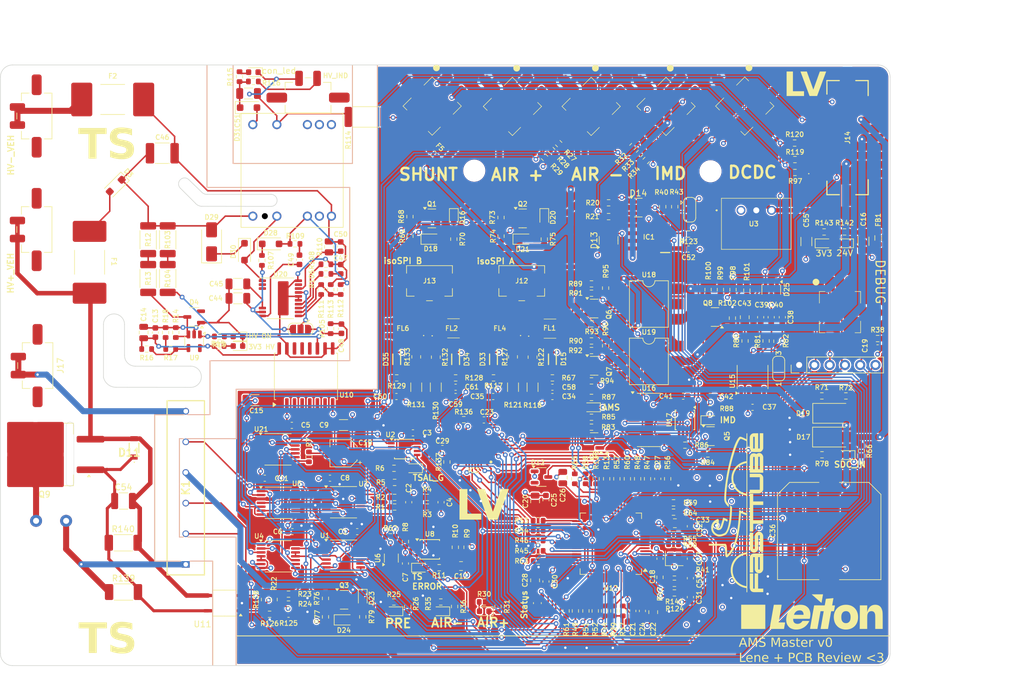
<source format=kicad_pcb>
(kicad_pcb
	(version 20240108)
	(generator "pcbnew")
	(generator_version "8.0")
	(general
		(thickness 1.6)
		(legacy_teardrops no)
	)
	(paper "A4")
	(layers
		(0 "F.Cu" signal)
		(1 "In1.Cu" signal)
		(2 "In2.Cu" signal)
		(31 "B.Cu" signal)
		(32 "B.Adhes" user "B.Adhesive")
		(33 "F.Adhes" user "F.Adhesive")
		(34 "B.Paste" user)
		(35 "F.Paste" user)
		(36 "B.SilkS" user "B.Silkscreen")
		(37 "F.SilkS" user "F.Silkscreen")
		(38 "B.Mask" user)
		(39 "F.Mask" user)
		(40 "Dwgs.User" user "User.Drawings")
		(41 "Cmts.User" user "User.Comments")
		(42 "Eco1.User" user "User.Eco1")
		(43 "Eco2.User" user "User.Eco2")
		(44 "Edge.Cuts" user)
		(45 "Margin" user)
		(46 "B.CrtYd" user "B.Courtyard")
		(47 "F.CrtYd" user "F.Courtyard")
		(48 "B.Fab" user)
		(49 "F.Fab" user)
		(50 "User.1" user)
		(51 "User.2" user)
		(52 "User.3" user)
		(53 "User.4" user)
		(54 "User.5" user)
		(55 "User.6" user)
		(56 "User.7" user)
		(57 "User.8" user)
		(58 "User.9" user)
	)
	(setup
		(stackup
			(layer "F.SilkS"
				(type "Top Silk Screen")
			)
			(layer "F.Paste"
				(type "Top Solder Paste")
			)
			(layer "F.Mask"
				(type "Top Solder Mask")
				(thickness 0.01)
			)
			(layer "F.Cu"
				(type "copper")
				(thickness 0.035)
			)
			(layer "dielectric 1"
				(type "prepreg")
				(thickness 0.1)
				(material "FR4")
				(epsilon_r 4.5)
				(loss_tangent 0.02)
			)
			(layer "In1.Cu"
				(type "copper")
				(thickness 0.035)
			)
			(layer "dielectric 2"
				(type "core")
				(thickness 1.24)
				(material "FR4")
				(epsilon_r 4.5)
				(loss_tangent 0.02)
			)
			(layer "In2.Cu"
				(type "copper")
				(thickness 0.035)
			)
			(layer "dielectric 3"
				(type "prepreg")
				(thickness 0.1)
				(material "FR4")
				(epsilon_r 4.5)
				(loss_tangent 0.02)
			)
			(layer "B.Cu"
				(type "copper")
				(thickness 0.035)
			)
			(layer "B.Mask"
				(type "Bottom Solder Mask")
				(thickness 0.01)
			)
			(layer "B.Paste"
				(type "Bottom Solder Paste")
			)
			(layer "B.SilkS"
				(type "Bottom Silk Screen")
			)
			(copper_finish "None")
			(dielectric_constraints no)
		)
		(pad_to_mask_clearance 0)
		(allow_soldermask_bridges_in_footprints no)
		(pcbplotparams
			(layerselection 0x00010fc_ffffffff)
			(plot_on_all_layers_selection 0x0000000_00000000)
			(disableapertmacros no)
			(usegerberextensions no)
			(usegerberattributes yes)
			(usegerberadvancedattributes yes)
			(creategerberjobfile yes)
			(dashed_line_dash_ratio 12.000000)
			(dashed_line_gap_ratio 3.000000)
			(svgprecision 4)
			(plotframeref no)
			(viasonmask no)
			(mode 1)
			(useauxorigin no)
			(hpglpennumber 1)
			(hpglpenspeed 20)
			(hpglpendiameter 15.000000)
			(pdf_front_fp_property_popups yes)
			(pdf_back_fp_property_popups yes)
			(dxfpolygonmode yes)
			(dxfimperialunits yes)
			(dxfusepcbnewfont yes)
			(psnegative no)
			(psa4output no)
			(plotreference yes)
			(plotvalue yes)
			(plotfptext yes)
			(plotinvisibletext no)
			(sketchpadsonfab no)
			(subtractmaskfromsilk no)
			(outputformat 1)
			(mirror no)
			(drillshape 1)
			(scaleselection 1)
			(outputdirectory "")
		)
	)
	(net 0 "")
	(net 1 "GND")
	(net 2 "+3V3")
	(net 3 "Net-(U8-~{PRE})")
	(net 4 "Net-(U8-~{CLR})")
	(net 5 "/TSAL/HV_Active_Detection/3V3_HV")
	(net 6 "HV-_Vehicle_Side")
	(net 7 "Net-(C17-Pad2)")
	(net 8 "/MCU/RCC_OSC_OUT")
	(net 9 "/MCU/NRST")
	(net 10 "Net-(C26-Pad2)")
	(net 11 "Net-(C28-Pad2)")
	(net 12 "Net-(J10-Pin_4)")
	(net 13 "/MCU/LV_I_measure")
	(net 14 "/CAN_Transceiver/CarCAN_HIGH")
	(net 15 "/CAN_Transceiver/V_{ref}")
	(net 16 "Net-(Q8-G)")
	(net 17 "Net-(JP2-B)")
	(net 18 "Net-(U20-INTVcc)")
	(net 19 "HV+_Vehicle_Side_Fused")
	(net 20 "Net-(C47-Pad1)")
	(net 21 "/HV_Indicator/ENABLE")
	(net 22 "Net-(C49-Pad1)")
	(net 23 "Net-(U20-DCM)")
	(net 24 "Net-(U20-SOURCE)")
	(net 25 "Net-(D32-K)")
	(net 26 "Net-(D31-K)")
	(net 27 "Net-(D1-A)")
	(net 28 "Net-(D2-A)")
	(net 29 "/TSAL/HV_Active_Detection/HV_1")
	(net 30 "Net-(D4-K)")
	(net 31 "Net-(D5-A)")
	(net 32 "Net-(D6-A)")
	(net 33 "/MCU/Precharge_Closed")
	(net 34 "Net-(D7-A)")
	(net 35 "Net-(D8-A)")
	(net 36 "/MCU/AIR+_Closed")
	(net 37 "Net-(D9-A)")
	(net 38 "/MCU/AIR-_Closed")
	(net 39 "Net-(D19-A)")
	(net 40 "Net-(D16-A)")
	(net 41 "/Relay_Driver/Relay_2")
	(net 42 "/Relay_0")
	(net 43 "/MCU/TEMP_TSDCDC")
	(net 44 "/Relay_Driver/Relay_3")
	(net 45 "Net-(D20-A)")
	(net 46 "Net-(D22-A)")
	(net 47 "Net-(D23-A)")
	(net 48 "/Relay_Driver/Relay_4")
	(net 49 "Net-(D26-A)")
	(net 50 "Net-(D27-A)")
	(net 51 "Net-(D28-K)")
	(net 52 "Net-(D28-A)")
	(net 53 "Net-(D29-A1)")
	(net 54 "Net-(D30-A)")
	(net 55 "Net-(D31-A)")
	(net 56 "Net-(D32-A)")
	(net 57 "/CAN_Transceiver/CarCAN_LOW")
	(net 58 "/IO/IMD_M")
	(net 59 "+24V")
	(net 60 "Net-(J14-Pin_2)")
	(net 61 "unconnected-(IC1-IS-Pad4)")
	(net 62 "Net-(IC1-DEN)")
	(net 63 "unconnected-(IC1-NC-Pad5)")
	(net 64 "/IO/IMD_Power")
	(net 65 "Net-(U12-PB15)")
	(net 66 "/IO/TSAL_GREEN")
	(net 67 "/MCU/~{AMS_ERROR_LED}")
	(net 68 "/MCU/~{IMD_ERROR_LED}")
	(net 69 "Net-(J14-Pin_3)")
	(net 70 "Net-(J14-Pin_5)")
	(net 71 "/MCU/Trace_SWO")
	(net 72 "/MCU/SWDIO_1")
	(net 73 "/MCU/SWCLK_1")
	(net 74 "Net-(JP1-C)")
	(net 75 "Net-(JP2-C)")
	(net 76 "Net-(JP3-C)")
	(net 77 "Net-(Q1-G)")
	(net 78 "Net-(Q2-G)")
	(net 79 "Net-(Q3-G)")
	(net 80 "/SDC_Latching/~{AMS_Error}")
	(net 81 "Net-(Q4-D)")
	(net 82 "/SDC_Latching/~{IMD_Error}")
	(net 83 "Net-(Q5-D)")
	(net 84 "Net-(Q6-G)")
	(net 85 "Net-(Q6-D)")
	(net 86 "Net-(Q7-D)")
	(net 87 "Net-(Q7-G)")
	(net 88 "Net-(Q8-D)")
	(net 89 "Net-(Q8-S)")
	(net 90 "/TSAL/Comp_Ref_Low")
	(net 91 "/TSAL/Comp_Ref_Closed")
	(net 92 "/TSAL/Relay_State_Detection/~{Short}")
	(net 93 "/TSAL/~{TS_Error}")
	(net 94 "Net-(U8-C)")
	(net 95 "/MCU/TS_Error")
	(net 96 "Net-(R12-Pad2)")
	(net 97 "Net-(U9--)")
	(net 98 "Net-(R17-Pad2)")
	(net 99 "Net-(U10-IND)")
	(net 100 "/Relay_Driver/aux_out0")
	(net 101 "/Relay_Driver/aux_in0")
	(net 102 "/Relay_Driver/aux_out1")
	(net 103 "/Relay_Driver/aux_in1")
	(net 104 "/Relay_Driver/aux_out2")
	(net 105 "/Relay_Driver/aux_in2")
	(net 106 "/MCU/SDC_closed")
	(net 107 "Net-(U12-PC9)")
	(net 108 "Net-(U12-BOOT0)")
	(net 109 "/MCU/Status_LED_R")
	(net 110 "Net-(D37-A)")
	(net 111 "/MCU/Status_LED_G")
	(net 112 "Net-(U12-PC2)")
	(net 113 "/MCU/Status_LED_B")
	(net 114 "Net-(U12-PA3)")
	(net 115 "Net-(U12-PA7)")
	(net 116 "Net-(U12-PB0)")
	(net 117 "Net-(U12-PA2)")
	(net 118 "Net-(U12-PA6)")
	(net 119 "Net-(U12-PA14)")
	(net 120 "Net-(U12-PA1)")
	(net 121 "/MCU/HV_Active")
	(net 122 "Net-(U12-PA13)")
	(net 123 "Net-(U12-PA0)")
	(net 124 "/MCU/AIR+_Control")
	(net 125 "/MCU/AIR-_Control")
	(net 126 "/MCU/Precharge_Control")
	(net 127 "Net-(U15-Rs)")
	(net 128 "Net-(U16A-C)")
	(net 129 "Net-(U16B-C)")
	(net 130 "Net-(U16A-Q)")
	(net 131 "Net-(U16B-Q)")
	(net 132 "Net-(U16A-~{Q})")
	(net 133 "Net-(U16B-~{Q})")
	(net 134 "Net-(R95-Pad2)")
	(net 135 "Net-(R96-Pad2)")
	(net 136 "/SDC_Latching/Reset_Signal")
	(net 137 "Net-(R103-Pad2)")
	(net 138 "Net-(U20-Vc)")
	(net 139 "Net-(U20-IREG{slash}SS)")
	(net 140 "Net-(U20-TC)")
	(net 141 "Net-(U20-FB)")
	(net 142 "Net-(J8-Pin_2)")
	(net 143 "/TSAL/Mismatch_Relay_2")
	(net 144 "/TSAL/Mismatch_Relay_1")
	(net 145 "Net-(U1-Pad11)")
	(net 146 "/TSAL/AIRs_Closed")
	(net 147 "/TSAL/Mismatch_Relay_3")
	(net 148 "/TSAL/HV_Inactive")
	(net 149 "/TSAL/TS_OK")
	(net 150 "Net-(U2-Pad1)")
	(net 151 "/TSAL/Relay_Mismatch")
	(net 152 "unconnected-(U5-Pad14)")
	(net 153 "unconnected-(U5-Pad13)")
	(net 154 "/TSAL/HV_Mismatch")
	(net 155 "unconnected-(U10-OUTA-Pad14)")
	(net 156 "unconnected-(U10-INB-Pad4)")
	(net 157 "unconnected-(U10-INC-Pad12)")
	(net 158 "unconnected-(U10-INA-Pad3)")
	(net 159 "unconnected-(U10-OUTB-Pad13)")
	(net 160 "unconnected-(U10-OUTC-Pad5)")
	(net 161 "unconnected-(U10-NC-Pad7)")
	(net 162 "unconnected-(U12-PD2-Pad54)")
	(net 163 "unconnected-(U12-PC10-Pad51)")
	(net 164 "unconnected-(U12-PC12-Pad53)")
	(net 165 "/TSAL/HV_Active_Detection/-HV_1")
	(net 166 "Net-(FL1-Pad4)")
	(net 167 "Net-(FL1-Pad3)")
	(net 168 "unconnected-(U12-PC14-Pad3)")
	(net 169 "Net-(FL1-Pad2)")
	(net 170 "unconnected-(U12-PC11-Pad52)")
	(net 171 "Net-(FL1-Pad1)")
	(net 172 "Net-(FL2-Pad4)")
	(net 173 "Net-(FL2-Pad2)")
	(net 174 "unconnected-(U12-PC13-Pad2)")
	(net 175 "unconnected-(U12-PC15-Pad4)")
	(net 176 "Net-(FL2-Pad3)")
	(net 177 "/IO/IMD_VCC")
	(net 178 "/SDC_Latching/IMD_Latch_Reset")
	(net 179 "/SDC_Latching/AMS_Latch_Reset")
	(net 180 "/SDC_Latching/SDC_1")
	(net 181 "unconnected-(U18-Pad3)")
	(net 182 "Net-(U18-Pad5)")
	(net 183 "/IO/SDC_OUT")
	(net 184 "unconnected-(U19-Pad3)")
	(net 185 "/TSAL/Relay_Connection_Error")
	(net 186 "/IO/Reset_Button_Out")
	(net 187 "/CAN_Transceiver/CarCAN_RX")
	(net 188 "Net-(FL2-Pad1)")
	(net 189 "Net-(J12-Pin_1)")
	(net 190 "/CAN_Transceiver/CarCAN_TX")
	(net 191 "Net-(J12-Pin_2)")
	(net 192 "Net-(J13-Pin_1)")
	(net 193 "Net-(J13-Pin_2)")
	(net 194 "/MCU/WAKE2")
	(net 195 "/MCU/MSTR1")
	(net 196 "/MCU/SPI1_MISO")
	(net 197 "/MCU/SPI1_SCK")
	(net 198 "/MCU/WAKE1")
	(net 199 "/MCU/INTR1")
	(net 200 "/MCU/IMB")
	(net 201 "Net-(IC2-XCVRMD2)")
	(net 202 "Net-(IC2-XCVRMD)")
	(net 203 "/MCU/SPI2_SCK")
	(net 204 "/MCU/SPI1_NSS")
	(net 205 "/MCU/IPB")
	(net 206 "/MCU/MSTR2")
	(net 207 "/MCU/IPA")
	(net 208 "/MCU/INTR2")
	(net 209 "/MCU/SPI2_MISO")
	(net 210 "/MCU/SPI1_MOSI")
	(net 211 "/MCU/SPI2_NSS")
	(net 212 "/MCU/SPI2_MOSI")
	(net 213 "/MCU/IMA")
	(net 214 "/MCU/RCC_OSC_IN")
	(net 215 "Net-(U12-PC3)")
	(net 216 "Net-(U12-PA5)")
	(net 217 "Net-(U12-PC4)")
	(net 218 "Net-(U12-PB4)")
	(net 219 "Net-(U12-PC5)")
	(net 220 "Net-(U12-PA4)")
	(net 221 "Net-(U12-PB12)")
	(net 222 "Net-(U12-PB14)")
	(net 223 "Net-(U12-PA12)")
	(net 224 "Net-(U12-PB5)")
	(net 225 "Net-(C58-Pad1)")
	(net 226 "Net-(C61-Pad1)")
	(net 227 "Net-(D15-A2)")
	(net 228 "Net-(D34-A2)")
	(net 229 "unconnected-(U20-N.C.-Pad19)")
	(net 230 "Net-(U12-PA15)")
	(net 231 "Net-(D33-A2)")
	(net 232 "Net-(D35-A2)")
	(net 233 "/MCU/AMS_NERROR")
	(net 234 "Net-(D36-A)")
	(net 235 "Net-(D11-K)")
	(net 236 "/Relay_Driver/Precharge/HV+_Akku")
	(net 237 "Net-(K1-Pad2)")
	(net 238 "Net-(K1-Pad8)")
	(net 239 "Net-(Q9-D)")
	(net 240 "Net-(R126-Pad2)")
	(net 241 "HV+_VEH")
	(net 242 "Net-(U12-PB1)")
	(net 243 "Net-(J4-Pin_4)")
	(net 244 "Net-(J4-Pin_3)")
	(net 245 "/Relay_Driver/SDC_Relay")
	(footprint "Resistor_SMD:R_1206_3216Metric" (layer "F.Cu") (at 123.65 92.35 -90))
	(footprint "FaSTTUBe_connectors:Micro_Mate-N-Lok_2x2p_vertical" (layer "F.Cu") (at 149.5 45.6 135))
	(footprint "Resistor_SMD:R_0603_1608Metric" (layer "F.Cu") (at 165.7 66.85 180))
	(footprint "Resistor_SMD:R_0805_2012Metric" (layer "F.Cu") (at 136.5 87.3 90))
	(footprint "Capacitor_SMD:C_0603_1608Metric" (layer "F.Cu") (at 166 127.3 -90))
	(footprint "Resistor_SMD:R_0603_1608Metric" (layer "F.Cu") (at 143.05 90.8 180))
	(footprint "Capacitor_SMD:C_0603_1608Metric" (layer "F.Cu") (at 181.3 80.7 90))
	(footprint "Resistor_SMD:R_2010_5025Metric" (layer "F.Cu") (at 79.05 74.25 -90))
	(footprint "Package_TO_SOT_SMD:SOT-23" (layer "F.Cu") (at 138.1 64.25))
	(footprint "MountingHole:MountingHole_3.2mm_M3" (layer "F.Cu") (at 63.85 56.25 -90))
	(footprint "Master:WCAP-ASLI_16" (layer "F.Cu") (at 189.1 116.3 90))
	(footprint "Capacitor_SMD:C_0603_1608Metric" (layer "F.Cu") (at 176.35 95.7 180))
	(footprint "Capacitor_SMD:C_0805_2012Metric" (layer "F.Cu") (at 75.05 83.25 90))
	(footprint "Capacitor_SMD:C_0603_1608Metric" (layer "F.Cu") (at 166 124.15 90))
	(footprint "Resistor_SMD:R_0603_1608Metric" (layer "F.Cu") (at 149.6 81.8))
	(footprint "Capacitor_SMD:C_0603_1608Metric" (layer "F.Cu") (at 141.974999 111.15 90))
	(footprint "Capacitor_SMD:C_0603_1608Metric" (layer "F.Cu") (at 99.15 130.15 180))
	(footprint "Package_TO_SOT_SMD:SOT-353_SC-70-5_Handsoldering" (layer "F.Cu") (at 116.25 120.8 90))
	(footprint "Resistor_SMD:R_0603_1608Metric" (layer "F.Cu") (at 151.724999 129.6 -90))
	(footprint "FaSTTUBe_connectors:Micro_Mate-N-Lok_2x5p_vertical" (layer "F.Cu") (at 192.15 50.8 -90))
	(footprint "Resistor_SMD:R_0603_1608Metric" (layer "F.Cu") (at 140.674999 114.575 180))
	(footprint "Resistor_SMD:R_0603_1608Metric" (layer "F.Cu") (at 134.5 64.1 90))
	(footprint "LED_SMD:LED_0603_1608Metric" (layer "F.Cu") (at 90.7375 85.5 180))
	(footprint "Diode_SMD:D_SOD-123F" (layer "F.Cu") (at 92.5 45.8))
	(footprint "Resistor_SMD:R_0603_1608Metric" (layer "F.Cu") (at 124.48125 128.11))
	(footprint "Package_SO:SOIC-14_3.9x8.7mm_P1.27mm" (layer "F.Cu") (at 159.1 97.8))
	(footprint "LED_SMD:LED_0603_1608Metric" (layer "F.Cu") (at 93.3 39.9 180))
	(footprint "Capacitor_SMD:C_1206_3216Metric" (layer "F.Cu") (at 90.725 77.55))
	(footprint "Resistor_SMD:R_0603_1608Metric" (layer "F.Cu") (at 105.375 73.4875))
	(footprint "Capacitor_SMD:C_0805_2012Metric" (layer "F.Cu") (at 175.05 80.7 -90))
	(footprint "Capacitor_SMD:C_1206_3216Metric" (layer "F.Cu") (at 90.725 75.15))
	(footprint "Resistor_SMD:R_0603_1608Metric" (layer "F.Cu") (at 116.8 112.3 180))
	(footprint "LED_SMD:LED_0603_1608Metric" (layer "F.Cu") (at 90.7375 83.9 180))
	(footprint "Resistor_SMD:R_0603_1608Metric" (layer "F.Cu") (at 140.674999 116.225 180))
	(footprint "Capacitor_SMD:C_0603_1608Metric" (layer "F.Cu") (at 164.8 93.85))
	(footprint "Resistor_SMD:R_0603_1608Metric" (layer "F.Cu") (at 163.35 123.25 180))
	(footprint "Resistor_SMD:R_0603_1608Metric" (layer "F.Cu") (at 122.225 112.3))
	(footprint "Master:SOD2613X114N" (layer "F.Cu") (at 143.05 87.7 -90))
	(footprint "Resistor_SMD:R_0603_1608Metric"
		(layer "F.Cu")
		(uuid "198b0f73-c9ca-4705-99e0-7bc76a62a529")
		(at 144.1 51.8 -45)
		(descr "Resistor SMD 0603 (1608 Metric), square (rectangular) end terminal, IPC_7351 nominal, (Body size source: IPC-SM-782 page 72, https://www.pcb-3d.com/wordpress/wp-content/uploads/ipc-sm-782a_amendment_1_and_2.pdf), generated with kicad-footprint-generator")
		(tags "resistor")
		(property "Reference" "R27"
			(at 2.757716 0.070711 135)
			(layer "F.SilkS")
			(uuid "2b953f5d-3d52-4764-816b-a282f4271280")
			(effects
				(font
					(size 0.8 0.8)
					(thickness 0.15)
				)
			)
		)
		(property "Value" "120"
			(at 0 1.43 135)
			(layer "F.Fab")
			(uuid "c99c9fbd-c256-45b2-9dc7-9ce618a43259")
			(effects
				(font
					(size 1 1)
					(thickness 0.15)
				)
			)
		)
		(property "Footprint" "Resistor_SMD:R_0603_1608Metric"
			(at 0 0 -45)
			(unlocked yes)
			(layer "F.Fab")
			(hide yes)
			(uuid "ada7e9dd-c8e3-4ce9-8dcc-20a966b4d3ac")
			(effects
				(font
					(size 1.27 1.27)
				)
			)
		)
		(property "Datasheet" ""
			(at 0 0 -45)
			(unlocked yes)
			(layer "F.Fab")
			(hide yes)
			(uuid "8173d614-8a93-4581-a3b1-7d48e6e56cc2")
			(effects
				(font
					(size 1.27 1.27)
				)
			)
		)
		(property "Description" "Resistor"
			(at 0 0 -45)
			(unlocked yes)
			(layer "F.Fab")
			(hide yes)
			(uuid "9a3b1d48-2eb8-4565-9301-da4eb6f2c424")
			(effects
				(font
					(size 1.27 1.27)
				)
			)
		)
		(property ki_fp_filters "R_*")
		(path "/5ce1aa0c-f98f-4b94-80bd-f188cf4c57de/e649f750-43fb-4736-9da9-c800ce3f6889/5d98537b-1064-421a-8631-9a73bc20a1f5")
		(sheetname "Relay_State_Detection1")
		(sheetfile "Relay_State_Detection.kicad_sch")
		(attr smd)
		(fp_line
			(start -0.237258 0.5225)
			(end 0.237258 0.5225)
			(stroke
				(width 0.12)
				(type solid)
			)
			(layer "F.SilkS")
			(uuid "09ac7a76-12d8-4b00-bb74-17abd1b4d886")
		)
		(fp_line
			(start -0.237258 -0.5225)
			(end 0.237258 -0.5225)
			(stroke
				(width 0.12)
				(type solid)
			)
			(layer "F.SilkS")
			(uuid "d549a9fc-4670-44af-9c49-8f0943c23ff9")
		)
		(fp_line
			(start -1.48 0.73)
			(end -1.48 -0.73)
			(stroke
				(width 0.05)
				(type solid)
			)
			(layer "F.CrtYd")
			(uuid "f568fa98-5801-4db3-bf2f-3dbf6ec1af7c")
		)
		(fp_line
			(start -1.48 -0.73)
			(end 1.48 -0.73)
			(stroke
				(width 0.05)
				(type solid)
			)
			(layer "F.CrtYd")
			(uuid "283adc5f-6304-49c4-9d68-285df47f1d36")
		)
		(fp_line
			(start 1.48 0.73)
			(end -1.48 0.73)
			(stroke
				(width 0.05)
				(type solid)
			)
			(layer "F.CrtYd")
			(uuid "4e99c24e-4e8b-40f4-941b-bc0d4f844b3e")
		)
		(fp_line
			(start 1.48 -0.73)
			(end 1.48 0.73)
			(stroke
				(width 0.05)
				(type solid)
			)
			(layer "F.CrtYd")
			(uuid "aca13e37-f9ca-4579-bbee-8db4a290cb42")
		)
		(fp_line
			(start -0.8 0.4125)
			(end -0.8 -0.4125)
			(stroke
				(width 0.1)
				(type solid)
			)
			(layer "F.Fab")
			(uuid "6410d235-f9a0-4fdb-87c7-b1839a801cdf")
		)
		(fp_line
			(start -0.8 -0.4125)
			(end 0.8 -0.4125)
			(stroke
				(width 0.1)
				(type solid)
			)
			(layer "F.Fab")
			(uuid "1f7d09bb-16f6-4899-bcc0-2f097901d92a")
		)
		(fp_line
			(start 0.8 0.4125)
			(end -0.8 0.4125)
			(stroke
				(width 0.1)
				(type solid)
			)
			(layer "F.Fab")
			(uuid "30fcdc39-f22e-4811-87a9-0661ef417654")
		)
		(fp_line
			(start 0.8 -0.4125)
			(end 0.8 0.4125)
			(stroke
				(width 0.1)
				(type solid)
			)
			(layer "F.Fab")
			(uuid "74c10b7a-f0db-4d21-9a1d-a3e5edde0316")
		)
		(fp_text user "${REFERENCE}"
			(at 0 0 135)
			(layer "F.Fab")
			(uuid "6e0ae320-c37c-4e03-bf0a-1e6eae1645d8")
			(effects
				(font
					(size 0.4 0.4)
					(thickness 0.06)
				)
			)
		)
		(pad "1" smd roundrect
			(at -0.825 0 315)
			(size 0.8 0.95)
			(layers "F.Cu" "F.Paste" "F.Mask")
			(roundrect_rratio 0.25)
			(net 102 "/Relay_Driver/aux_out1")
			(pintype "passive")
			(uuid "2b4cda9c-ee
... [3595174 chars truncated]
</source>
